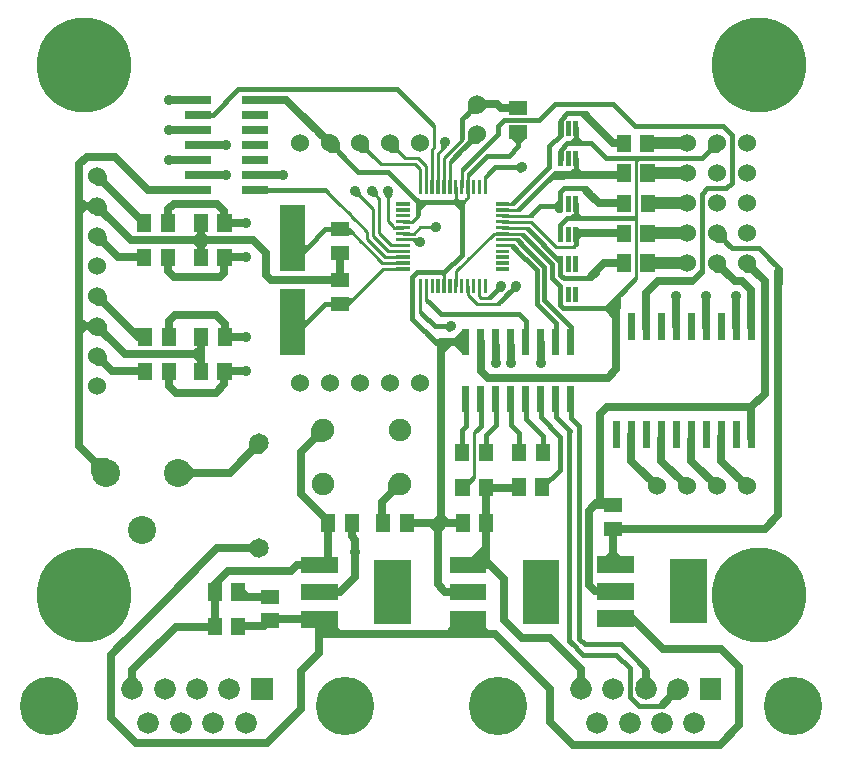
<source format=gbr>
G04 start of page 3 for group 1 idx 6 *
G04 Title: (unknown), component-12V *
G04 Creator: pcb 20110918 *
G04 CreationDate: Mon 01 Apr 2013 04:29:37 PM GMT UTC *
G04 For: telmo *
G04 Format: Gerber/RS-274X *
G04 PCB-Dimensions: 275000 278000 *
G04 PCB-Coordinate-Origin: lower left *
%MOIN*%
%FSLAX25Y25*%
%LNTOP*%
%ADD148C,0.0460*%
%ADD147C,0.0635*%
%ADD146C,0.0380*%
%ADD145C,0.1250*%
%ADD144C,0.0520*%
%ADD143C,0.0200*%
%ADD142C,0.1968*%
%ADD141C,0.0360*%
%ADD140C,0.3150*%
%ADD139R,0.0158X0.0158*%
%ADD138R,0.1220X0.1220*%
%ADD137R,0.0560X0.0560*%
%ADD136R,0.0240X0.0240*%
%ADD135R,0.0840X0.0840*%
%ADD134R,0.0110X0.0110*%
%ADD133R,0.0472X0.0472*%
%ADD132C,0.0750*%
%ADD131C,0.0650*%
%ADD130C,0.0935*%
%ADD129C,0.0600*%
%ADD128C,0.1950*%
%ADD127C,0.0720*%
%ADD126C,0.0001*%
%ADD125C,0.0400*%
%ADD124C,0.0150*%
%ADD123C,0.0100*%
%ADD122C,0.0250*%
G54D122*X202150Y77780D02*X195380D01*
X193350Y79810D01*
Y104480D01*
X195320Y106450D01*
X194545Y105675D02*X197130Y108260D01*
X195320Y106450D02*X202012D01*
X197130Y114790D02*Y106450D01*
X200727D01*
X197130Y108260D02*Y109920D01*
Y108330D01*
X199010Y106450D01*
X247500Y133500D02*Y130100D01*
Y128960D02*Y137280D01*
X245750Y139030D02*X199500D01*
X197130Y136660D01*
Y110694D01*
X247500Y131940D02*Y139020D01*
X246000Y187000D02*X252000Y181000D01*
X249975Y183025D02*X247750Y185250D01*
X249725Y183275D02*X247740Y185260D01*
Y187000D01*
X247500Y139020D02*X252000Y143520D01*
X247510Y139030D02*X249820Y141340D01*
X252000Y143520D02*Y181000D01*
X242810Y139030D02*X247510D01*
X247750Y185250D02*X245990D01*
G54D123*X134321Y200921D02*X136250Y202850D01*
X133200Y200921D02*X134321D01*
X131471D02*X134321D01*
X132579D02*X133921D01*
X134321D02*X136700Y203300D01*
G54D124*X126500Y217500D02*X136500Y207500D01*
X116499Y217500D02*X126500D01*
G54D123*X135500Y208500D02*X134500Y209500D01*
G54D122*X92500Y241500D02*X107250Y226750D01*
X103385Y230615D02*X105240Y228760D01*
Y226970D01*
X102630Y231370D02*X105250Y228750D01*
X107050D01*
X81950Y241500D02*X92500D01*
G54D124*X106999Y227000D02*X116499Y217500D01*
X110849Y223150D02*X109239Y224760D01*
X112754Y221245D02*X109250Y224749D01*
X109239Y224760D02*X106910D01*
X109250Y224749D02*Y227160D01*
G54D122*X143000Y100500D02*X151500D01*
X132500D02*X143500D01*
X141900D02*X139700D01*
X140800D01*
X145200D02*X146040D01*
X144000Y152450D02*Y100500D01*
X143000D02*Y91000D01*
X145500Y77500D02*X153000D01*
X143000Y80000D02*X145500Y77500D01*
X143000Y92200D02*Y80000D01*
Y98300D02*X145200Y100500D01*
X145970D02*Y100630D01*
X144000Y102600D01*
X141900Y100500D01*
X140800D02*X143000Y98300D01*
G54D124*X141760Y161240D02*X145830D01*
X139500Y163500D02*X141760Y161240D01*
X144000Y159000D02*X141500Y161500D01*
X142250Y160750D02*X134500Y168500D01*
X144000Y156000D02*Y159000D01*
G54D122*Y151000D02*Y160750D01*
Y155910D02*Y157760D01*
X149150Y160750D02*X152200Y157700D01*
Y163800D01*
X149150Y160750D01*
X144000D02*X152000D01*
G54D124*X152300D02*X142250D01*
G54D122*X147000D02*X149150D01*
X145370D01*
X144000Y157760D02*X146990Y160750D01*
G54D124*X145100Y184000D02*X151000Y189900D01*
X142600Y184000D02*X145100D01*
G54D123*X145048Y179471D02*Y184000D01*
Y182370D02*Y183082D01*
X143346Y183750D02*X141320D01*
G54D124*X136000Y184000D02*X143000D01*
X134500Y182500D02*X136000Y184000D01*
X134500Y168500D02*Y182500D01*
G54D123*X145048Y183082D02*X144130Y184000D01*
G54D124*X151000Y189900D02*Y207400D01*
Y207300D01*
Y203220D02*Y205030D01*
G54D123*X151400Y207400D02*X152921Y208921D01*
X152335Y208335D02*X151640Y207640D01*
X152921Y208921D02*Y216631D01*
Y213630D02*Y215921D01*
X154350Y217350D01*
X148984Y208444D02*X147940Y207400D01*
X149000D02*X151400D01*
X148984Y207416D02*X149000Y207400D01*
X148984Y212529D02*Y207416D01*
Y209080D02*Y208444D01*
Y209190D02*Y208406D01*
X149990Y207400D01*
G54D124*X136600D02*X136000Y208000D01*
G54D123*X136250Y202850D02*Y204740D01*
G54D124*X136500Y207500D02*Y203500D01*
X140340Y207400D02*X138760D01*
X136500Y205140D01*
X151000Y207400D02*X136600D01*
X151000Y205030D02*X148630Y207400D01*
G54D123*X151640Y207640D02*X146810D01*
X152921Y216631D02*X154360Y218070D01*
G54D124*X159525Y222875D02*X153390Y216740D01*
X159525Y222875D02*X166655D01*
X164960D02*X159525D01*
X166655D02*X169820Y226040D01*
Y230922D01*
Y227180D02*Y227510D01*
X168420Y228910D01*
X169820Y227020D02*Y227590D01*
X171530Y229300D01*
G54D122*X115500Y82500D02*X110500Y77500D01*
X115500Y91000D02*Y82500D01*
X103500Y77500D02*X110500D01*
X114343Y100422D02*Y96163D01*
X114320Y96140D01*
X115500Y94960D01*
Y85470D01*
G54D123*X126500Y201000D02*X128000Y199500D01*
X128548Y198952D02*X127500Y200000D01*
X131471Y198952D02*X128548D01*
X126500Y211000D02*Y201000D01*
Y208510D02*Y209170D01*
X125510Y210160D01*
X126500Y207910D02*Y209170D01*
X127500Y210170D01*
X152600Y188000D02*X153500Y188900D01*
X148985Y184385D02*X161585Y196985D01*
X148985Y179471D02*Y184385D01*
G54D124*X201060Y171100D02*Y172940D01*
X201100Y172980D01*
G54D122*X171000Y62000D02*X165000Y68000D01*
X180500Y62000D02*X171000D01*
X166635Y66365D02*X165000Y68000D01*
Y81840D01*
X160340Y86500D01*
X201440Y90240D02*X203810Y87870D01*
X190700Y51800D02*X180500Y62000D01*
X190700Y45100D02*Y51800D01*
Y49810D02*Y48420D01*
X189020Y46740D01*
X190700Y49950D02*Y48430D01*
X192340Y46790D01*
X159099Y112300D02*X169825D01*
X169926Y112400D01*
X159174Y92210D02*Y87666D01*
Y97500D02*Y86500D01*
Y100000D02*Y92674D01*
Y100500D02*Y112300D01*
X160340Y86500D02*X153000D01*
X153464D01*
X159174Y92210D01*
Y87666D02*X161385Y85455D01*
X201440Y98510D02*Y86780D01*
Y91180D02*Y90240D01*
Y93310D02*Y90210D01*
X199590Y88360D01*
X97500Y110000D02*X100626Y106874D01*
X97500Y124153D02*Y110000D01*
X104705Y131358D02*X97500Y124153D01*
X100104Y126756D02*X102220Y128873D01*
Y131390D01*
Y128873D02*X98858Y125512D01*
X102207Y128860D01*
X104790D01*
X106500Y101000D02*X99500Y108000D01*
X106500Y100000D02*Y101000D01*
Y100500D02*Y86000D01*
X94000Y84500D02*X73000D01*
X96000Y86500D02*X94000Y84500D01*
X103500Y86500D02*X96000D01*
X41100Y45100D02*Y46600D01*
Y45100D02*Y51400D01*
Y49600D02*Y48420D01*
X42870Y46650D01*
X41100Y50140D02*Y48410D01*
X39430Y46740D01*
X60374Y65874D02*X68626D01*
Y66000D02*Y80126D01*
X73000Y84500D02*X68626Y80126D01*
X55574Y65874D02*X61730D01*
X41100Y51400D02*X55574Y65874D01*
X87300Y181500D02*X86900Y181900D01*
X85700Y183100D02*X87300Y181500D01*
X85700Y190500D02*Y183100D01*
X81400Y194800D02*X85700Y190500D01*
X62000Y194800D02*X81400D01*
X64000Y200500D02*Y189000D01*
X110500Y181500D02*X87300D01*
X110500Y190500D02*Y181500D01*
X202500Y151800D02*Y165900D01*
X199600Y148900D02*X202500Y151800D01*
X252000Y98500D02*X256500Y103000D01*
X203379Y98500D02*X252000D01*
X201440Y96560D02*X203379Y98500D01*
X256500Y103000D02*Y184000D01*
G54D124*X250000Y192000D02*X255000Y187000D01*
G54D123*X209160Y183000D02*Y182510D01*
X202990Y176340D01*
X209160Y181810D02*X204560Y177210D01*
X209160Y183700D02*Y181810D01*
G54D122*X239465Y183535D02*X237750Y185250D01*
Y187040D01*
X239770Y183230D02*X237750Y185250D01*
X236050D01*
G54D124*X256000Y186000D02*Y182500D01*
X253000Y189000D02*X256000Y186000D01*
X253500Y188500D02*X257000Y185000D01*
Y180500D01*
X241000Y192000D02*X250000D01*
X236000Y197000D02*X241000Y192000D01*
X240090Y192910D02*X238260Y194740D01*
X235980D01*
X239755Y193245D02*X238240Y194760D01*
G54D122*X23500Y126009D02*Y131000D01*
Y128509D02*Y140500D01*
X32228Y117281D02*X23500Y126009D01*
X25780Y123730D02*X28790Y120719D01*
Y117430D01*
Y120719D02*X24994Y124514D01*
X28799Y120710D01*
X32270D01*
X38800Y156700D02*X64000D01*
X59290D02*X62160D01*
X64000Y162374D02*Y151000D01*
X64126Y162500D02*X64000Y162374D01*
X62160Y156700D02*X64000Y158540D01*
Y154130D01*
Y154920D01*
X62220Y156700D01*
X26000Y222500D02*X23500Y220000D01*
X35500Y222500D02*X26000D01*
X46500Y211500D02*X35500Y222500D01*
X63050Y211500D02*X46500D01*
X40700Y194800D02*X64000D01*
X65820D02*X64000Y192980D01*
X62180Y194800D01*
X58150D02*X62240D01*
X64000Y196560D01*
X65760Y194800D01*
X67630D01*
X65820D01*
X62180D02*X60500D01*
X29500Y206000D02*X40700Y194800D01*
X32870Y202630D02*X31270Y204230D01*
Y205900D01*
X33030Y202470D02*X31240Y204260D01*
X23500Y200000D02*Y172000D01*
X29500Y206000D02*X23500D01*
X29500D02*X26240D01*
X25430D02*X27040D01*
X28390Y207350D01*
X25490Y206000D02*X27010D01*
X28200Y204810D01*
X23500Y220000D02*Y196500D01*
X25460Y206000D02*X23500Y207960D01*
Y210200D01*
X31240Y204260D02*X29360D01*
X23500Y202920D02*Y204040D01*
X25460Y206000D01*
X38800Y156700D02*X40800D01*
X29500Y166000D02*X38800Y156700D01*
X32860Y162640D02*X31250Y164250D01*
X33015Y162485D02*X31240Y164260D01*
Y166100D01*
X29500Y166000D02*X23500D01*
Y164180D02*X25320Y166000D01*
X23500Y167820D01*
X25480Y166000D02*X27040D01*
X24940D02*X27050D01*
X23500Y137500D02*Y173500D01*
Y161750D02*Y164180D01*
Y167820D02*Y169010D01*
X27040Y166000D02*X28400Y164640D01*
X27050Y166000D02*X28370Y167320D01*
X31250Y164250D02*X29460D01*
G54D123*X171335Y196985D02*X174340Y193980D01*
G54D124*X181190Y186780D02*X171980Y195990D01*
X186000Y202000D02*X183882Y199882D01*
Y196764D01*
X189000Y206804D02*Y202000D01*
Y203490D02*X187510Y202000D01*
G54D123*X165280Y196985D02*X171335D01*
X163860D02*X170655D01*
X161585D02*X164529D01*
G54D124*X181190Y182090D02*Y186780D01*
X183882Y179398D02*X181190Y182090D01*
X183882Y177130D02*Y179398D01*
X190490Y202000D02*X189000Y203490D01*
X189014Y232005D02*X189000Y231991D01*
X186000Y227000D02*X183896Y224896D01*
Y221966D01*
X189000Y231991D02*Y227000D01*
Y228690D02*X187310Y227000D01*
X186000D02*X194000D01*
X191740D02*X190690D01*
X189000Y228690D01*
X194000Y227000D02*X199000Y222000D01*
G54D123*X147015Y212529D02*Y214365D01*
Y213400D02*Y215545D01*
Y213700D02*Y221245D01*
X149090Y223320D01*
G54D124*X156000Y229890D02*X148810Y222700D01*
X151715Y225605D02*X153760Y227650D01*
Y230070D01*
X152305Y226195D02*X153860Y227750D01*
X156060D01*
G54D123*X147015Y220545D02*X150660Y224190D01*
X170655Y196985D02*X174150Y193490D01*
G54D124*X183882Y176764D02*Y173000D01*
X184882Y172000D01*
G54D122*X159700Y148900D02*X199600D01*
X157300Y151300D02*X159700Y148900D01*
X157300Y160750D02*Y151300D01*
G54D124*X184882Y172000D02*X202500D01*
X194790D02*X199000D01*
X202000Y175000D02*Y169210D01*
X196800Y172000D02*X198980D01*
X202500Y168480D01*
Y169660D01*
X201060Y171100D01*
G54D122*X247500Y175500D02*Y165900D01*
X242000Y181000D02*X244500D01*
X247500Y178000D01*
Y174500D01*
G54D124*X202500Y175500D02*Y165900D01*
G54D122*Y164540D02*Y174460D01*
G54D124*X205035Y178035D02*X203000Y176000D01*
Y172590D01*
X205290Y178290D02*X202000Y175000D01*
X199000Y172000D02*X205340Y178340D01*
G54D122*X236000Y187000D02*X242000Y181000D01*
G54D124*X241000Y192000D02*X244660D01*
X238240Y194760D02*Y197110D01*
X208000Y202000D02*X186000D01*
X192000D02*X191000D01*
X205300D02*X208600D01*
X192230D02*X190490D01*
X207230D02*X208800D01*
G54D123*X208290D02*X209160Y201130D01*
Y199160D01*
G54D124*X236000Y227000D02*X231000Y222000D01*
X232465Y223465D02*X233750Y224750D01*
Y227090D01*
X231995Y222995D02*X233750Y224750D01*
X236090D01*
X231000Y222000D02*X199000D01*
G54D123*X206020D02*X208310D01*
X209160Y221150D01*
X210010Y222000D01*
X211560D01*
X209160Y182160D02*Y222000D01*
Y203190D02*Y202870D01*
X208290Y202000D01*
X137000Y199000D02*X142500D01*
X134984Y196984D02*X137000Y199000D01*
X139590D02*X140660D01*
X138280D02*X140660D01*
X141640Y198020D01*
X122800Y209200D02*X122300Y209700D01*
Y211060D01*
X123100Y208900D02*X122300Y209700D01*
X135985Y195015D02*X137000Y194000D01*
X131471Y195015D02*X135985D01*
X131471Y196984D02*X134984D01*
X131471D02*X131455Y197000D01*
X134750Y195015D02*X134855D01*
X135890Y194030D02*X134910Y195010D01*
X134855Y195015D02*X135890Y193980D01*
Y194030D01*
X140660Y199000D02*X141610Y199950D01*
X164529Y204859D02*X170000D01*
X166141D02*X169509D01*
X171860Y207210D01*
X170209Y204859D02*X171690Y206340D01*
X167050Y204859D02*X170209D01*
X164529Y206827D02*X167827D01*
X168500Y207500D01*
X165827Y206827D02*X167477D01*
X165640D02*X168187D01*
Y206837D01*
X169580Y208230D01*
X170000Y204859D02*X171500Y206359D01*
G54D124*X177118Y206118D02*X174500Y203500D01*
G54D123*X174240Y202890D02*X176700Y205350D01*
X173540Y202890D02*X175800Y205150D01*
X164529Y202890D02*X173000D01*
X166890D02*X174240D01*
X171010D02*X173540D01*
X164529Y200922D02*X173428D01*
X166080D02*X172728D01*
X164529Y198953D02*X170397D01*
X164420D02*X169697D01*
X137174Y170826D02*X142000Y166000D01*
G54D124*X137885Y170115D01*
G54D123*X137174Y170476D02*X138250Y169400D01*
X137174Y179471D02*Y170826D01*
X139142Y179471D02*Y174508D01*
Y179471D02*Y175208D01*
X137174Y172630D02*Y171176D01*
G54D124*X144000Y170000D02*X140000Y174000D01*
G54D123*X139142Y174508D02*X141570Y172080D01*
X139142Y175208D02*X142120Y172230D01*
X137174Y173196D02*Y170476D01*
Y171176D02*X138390Y169960D01*
G54D124*X147250Y166000D02*X142000D01*
X144380D02*X146010D01*
X146760Y166750D01*
X143310Y166000D02*X146030D01*
G54D123*X123500Y208500D02*Y199000D01*
X121500Y205000D02*Y197500D01*
Y196000D02*Y198500D01*
X126422Y191078D02*X121500Y196000D01*
X123500Y197047D02*Y199500D01*
X127500Y193047D02*X123500Y197047D01*
X131471Y185173D02*X124673D01*
X131471Y187141D02*X124500D01*
X131471Y189110D02*X125390D01*
X131471Y191078D02*X126422D01*
X131471Y193047D02*X127500D01*
G54D124*X169000Y179500D02*X163970Y174470D01*
X162950Y178450D02*X163970D01*
X165890Y176390D02*X167950Y178450D01*
X166215Y176715D02*X167950Y178450D01*
G54D123*X158730Y175500D02*X159650D01*
X161610Y177460D01*
X158870Y175500D02*X160340D01*
X161530Y176690D01*
G54D124*X164000Y179500D02*X160790Y176290D01*
X161420Y176920D02*X162950Y178450D01*
Y179540D01*
X161325Y176825D02*X162950Y178450D01*
G54D123*X162710Y173560D02*X164670Y175520D01*
X163360Y173520D02*X164550Y174710D01*
X163725Y173885D02*X163340Y173500D01*
X162020D01*
G54D124*X167950Y178450D02*Y179560D01*
Y178450D02*X169060D01*
G54D123*X145380Y225972D02*X143078Y223670D01*
X145047Y216450D02*Y222167D01*
X144234Y224826D02*X144290Y224882D01*
X143078Y212529D02*Y223668D01*
X141110Y212529D02*Y224970D01*
X137173Y212529D02*Y218327D01*
X139141Y219359D02*X136500Y222000D01*
X139141Y212529D02*Y219359D01*
X150952Y212529D02*Y218252D01*
Y214152D02*Y218252D01*
Y214200D02*Y217652D01*
X144290Y224882D02*Y226970D01*
X141805Y225665D02*Y233045D01*
X141110Y224970D02*X141805Y225665D01*
X141800Y232350D02*X139730Y234420D01*
X141800Y227530D02*Y232350D01*
Y233050D02*X140490Y234360D01*
G54D124*X129500Y245000D02*X141000Y233500D01*
G54D123*X135500Y220000D02*X124000D01*
X137173Y218327D02*X135500Y220000D01*
X136500Y222000D02*X132000D01*
X129500Y224500D02*Y227150D01*
X132000Y222000D02*X127000Y227000D01*
X130315Y223685D02*X129500Y224500D01*
X130925Y223075D02*X129500Y224500D01*
X126990D01*
X145380Y227430D02*Y225972D01*
X148695Y225815D02*X150750Y227870D01*
X145047Y222167D02*X151250Y228370D01*
G54D124*X163100Y230100D02*X151500Y218500D01*
G54D123*X150952Y218252D02*X152800Y220100D01*
X150750Y227870D02*Y229760D01*
X151250Y228370D02*Y229720D01*
G54D124*X151000Y235000D02*Y229000D01*
X151500Y235500D02*X151000Y235000D01*
X157204Y238796D02*X156000Y240000D01*
G54D122*X162760D02*X156000D01*
X160670D02*X158480D01*
X157160Y241320D01*
X161460Y240000D02*X158440D01*
X157060Y238620D01*
G54D124*X156000Y240000D02*X151000Y235000D01*
X152305Y236305D02*X153750Y237750D01*
Y240020D01*
X152520Y236520D02*X153750Y237750D01*
X156130D01*
G54D123*X150952Y217652D02*X153000Y219700D01*
G54D124*X162000Y219000D02*X160000Y217000D01*
G54D123*X158826Y212529D02*Y216176D01*
X160640Y217990D01*
X158826Y213890D02*Y215476D01*
X160780Y217430D01*
X188335Y192495D02*X189220Y193380D01*
X189000Y193250D02*X188720D01*
X185540Y192495D02*X188335D01*
X188720Y193250D02*X187990Y192520D01*
X189000Y194940D02*Y193250D01*
X187995Y192495D02*X182475D01*
G54D124*X189000Y195320D02*Y193500D01*
Y196764D02*Y193500D01*
G54D123*X174048Y200922D02*X172490D01*
X172227Y198953D02*X174810Y196370D01*
X172937Y198953D02*X176260Y195630D01*
X170000Y205000D02*X171500Y206500D01*
G54D124*X170500Y205500D01*
G54D123*X182475Y192495D02*X174048Y200922D01*
G54D124*X183882Y187658D02*X173010Y198530D01*
X180830Y206118D02*X182020D01*
X181360D01*
X182020D02*X183148Y204990D01*
X183810D01*
X183882Y186780D02*Y187658D01*
Y186804D02*Y183118D01*
X185000Y182000D01*
X184410Y182590D01*
X205000Y197000D02*X189000D01*
G54D122*X205000D02*X189710D01*
X205031Y187078D02*X198478D01*
X194410Y183010D01*
G54D124*X185500Y182000D02*X192700D01*
X195420Y184720D01*
X188350Y182000D02*X194100D01*
X196010Y183910D01*
X188380Y182000D02*X185000D01*
X189000Y195390D02*X190610Y197000D01*
X189010Y198600D01*
G54D123*X164650Y198953D02*X172227D01*
X168780D02*X172937D01*
X168994Y195016D02*X172050Y191960D01*
X167402Y193048D02*X168870Y191580D01*
X168102Y193048D02*X169730Y191420D01*
X167452Y193048D02*X170700Y189800D01*
G54D124*X176000Y184800D02*X168200Y192600D01*
G54D123*X164529Y195016D02*X168994D01*
X169694D02*X171260Y193450D01*
X166310Y195016D02*X169694D01*
X165370Y193048D02*X167402D01*
X165552D02*X168102D01*
X164529D02*X167452D01*
G54D125*X226000Y187000D02*X212984D01*
X212905Y187078D02*X225922D01*
X226000Y197000D02*X212874D01*
X226000Y207000D02*X213000D01*
X226000Y217000D02*X212984D01*
X212905Y217078D01*
X226000Y227000D02*X212826D01*
G54D124*X241000Y229700D02*Y213900D01*
X239100Y212000D01*
X232800D01*
X231000Y210200D01*
G54D125*X212826Y227000D02*X212796Y227031D01*
G54D124*X208600Y232800D02*X237900D01*
X241000Y229700D01*
G54D125*X225922Y187078D02*X226000Y187000D01*
G54D124*X231000Y210200D02*Y184500D01*
X228400Y181900D01*
X231000Y185300D02*Y184720D01*
Y185760D02*Y184030D01*
G54D125*X212984Y187000D02*X212905Y187078D01*
G54D124*X212500Y177300D02*Y165900D01*
X222500D02*Y176000D01*
X232500Y165900D02*Y176000D01*
X242500Y165900D02*Y176000D01*
G54D122*Y165900D02*Y175980D01*
X232500Y165900D02*Y176530D01*
X222500Y166030D02*Y176000D01*
X212500Y177300D02*X216450Y181250D01*
X212500Y177300D02*X214925Y179725D01*
X216450Y181250D02*X227540D01*
G54D124*X231000Y184720D02*X227530Y181250D01*
X231000Y184030D02*X227810Y180840D01*
X184000Y217000D02*X205031D01*
X187540D02*X187544D01*
X190484D02*X190870D01*
G54D122*X204960Y207000D02*X196630D01*
X192780Y210850D01*
G54D124*X190940Y212000D02*X194670Y208270D01*
X192330Y212000D02*X195350Y208980D01*
X187630Y212000D02*X190940D01*
X187720D02*X192330D01*
X182000Y217000D02*X171000Y206000D01*
X183882Y206118D02*X177118D01*
X178760Y213760D02*X180980Y215980D01*
X182020Y206118D02*X183882Y207980D01*
Y206804D02*X182706D01*
X182020Y206118D01*
X180000Y219000D02*X168500Y207500D01*
X169520Y219000D02*X170310Y218210D01*
G54D123*X167477Y206827D02*X169700Y209050D01*
G54D124*X167910Y219000D02*X169510D01*
X186000Y237000D02*X183896Y234896D01*
X176600Y234800D02*X181900Y240100D01*
X185530Y236530D02*X186000Y237000D01*
X192240D01*
X188300D02*X190820D01*
X183896Y234896D02*Y232005D01*
Y232104D02*Y229896D01*
X177100Y235300D02*X176600Y234800D01*
X165100D01*
X163100Y232800D01*
Y230100D01*
Y230900D02*Y230100D01*
X174600Y234800D02*X176600D01*
G54D122*X201498Y227032D02*X192370Y236160D01*
G54D124*X181900Y240100D02*X201300D01*
X208600Y232800D01*
X192240Y237000D02*X193770Y235470D01*
X190820Y237000D02*X193050Y234770D01*
G54D122*X169844Y238795D02*X163965D01*
X162760Y240000D01*
G54D124*X187000Y217000D02*X182000D01*
X190000Y212000D02*X185000D01*
X183882Y210882D01*
Y206804D01*
X183896Y229896D02*X180000Y226000D01*
G54D122*X204921Y227032D02*X201498D01*
G54D124*X180000Y226000D02*Y219000D01*
X171000D02*X162000D01*
X169510D02*X170270Y219760D01*
X165110Y219000D02*X169520D01*
X189014Y221966D02*Y217000D01*
Y220820D02*Y218474D01*
X187540Y217000D01*
X187544D02*X189014Y218470D01*
X190484Y217000D01*
G54D122*X205031Y217078D02*X204432Y216480D01*
X182280D01*
G54D124*X180980Y215980D02*X184830D01*
X78126Y75874D02*X86000D01*
X76500Y77500D02*X78126Y75874D01*
G54D122*X76500Y77500D02*X78126Y75874D01*
X76055Y77945D02*X77379D01*
X79450Y75874D01*
G54D124*X78126D02*X87000D01*
G54D122*X78126D02*X88000D01*
X124500Y107500D02*Y100000D01*
G54D123*X151225Y112300D02*X155100Y116174D01*
Y115600D02*X151430Y111930D01*
G54D122*X130500Y113500D02*X124500Y107500D01*
X126135Y109135D02*X127790Y110790D01*
Y113580D01*
Y110790D02*X126025Y109025D01*
X128140Y111140D01*
X130420D01*
G54D124*X62000Y226500D02*X72000D01*
X63050Y221500D02*X53500D01*
X63050Y231500D02*X53500D01*
X76500Y245000D02*X129500D01*
X68000Y236500D02*X76500Y245000D01*
X63050Y236500D02*X68000D01*
X63050Y241500D02*X53500D01*
G54D122*X60490D02*X53450D01*
X62470Y226500D02*X72320D01*
G54D123*X120335Y223665D02*X119490Y224510D01*
X116930D01*
X121385Y222615D02*X119510Y224490D01*
Y227050D01*
G54D122*X62050Y231500D02*X53390D01*
G54D123*X142000Y166000D02*X148000D01*
X113126Y173626D02*X111126D01*
G54D124*X99374Y167500D02*X94500D01*
G54D122*X72000Y166960D02*X69170Y169790D01*
X55280D01*
G54D124*X146030Y166000D02*X146800Y165230D01*
G54D123*X124673Y185173D02*X113126Y173626D01*
X124500Y187141D02*X113267Y198374D01*
X119500Y195000D02*Y197500D01*
X117396Y194246D02*X114621Y197020D01*
X115820Y176320D02*X114560Y175060D01*
G54D124*X105500Y173626D02*X99374Y167500D01*
X110500Y173626D02*X105500D01*
G54D123*X114621Y197020D02*X112080D01*
G54D122*X79000Y189000D03*
X71874D01*
X55190Y182460D02*X70350D01*
X71850Y183960D01*
Y189000D01*
G54D123*X114560Y175060D02*X112400D01*
X121000Y211000D02*X123500Y208500D01*
X115500Y211000D02*X121500Y205000D01*
X117835Y208665D02*X116800Y209700D01*
Y210970D01*
X117620Y208880D02*X116800Y209700D01*
X122300D02*X120940D01*
X119500Y197500D02*X113000Y204000D01*
G54D124*X100332Y168458D02*X96404Y164530D01*
G54D123*X116800Y209700D02*X115480D01*
X113267Y198374D02*X110374D01*
G54D124*X110500D02*X105500D01*
G54D123*X125390Y189110D02*X119500Y195000D01*
G54D124*X99626Y192500D02*X95000D01*
X105500Y198374D02*X99626Y192500D01*
X100603Y193477D02*X97286Y190160D01*
Y195280D01*
Y194794D01*
X62000Y216500D02*X72500D01*
G54D122*X62550Y221500D02*X53470D01*
X62900Y216500D02*X72590D01*
X79000Y200500D03*
X71874D01*
X54980Y206980D02*X69280D01*
X71874Y204386D01*
Y200500D01*
G54D123*X105750Y211250D02*X98500D01*
X110425Y206575D02*X105750Y211250D01*
G54D124*X81950Y211500D02*X105130D01*
G54D123*X105250Y211750D02*X100340D01*
X115500Y201500D02*X105250Y211750D01*
G54D124*X81950Y216500D02*X91500D01*
G54D123*X124000Y220000D02*X117000Y227000D01*
X145047Y213330D02*Y217697D01*
G54D122*X81310Y216500D02*X91840D01*
G54D124*X178520Y185840D02*X170450Y193910D01*
X178520Y185160D02*Y185840D01*
Y182860D02*Y185870D01*
Y174680D02*Y183890D01*
X180350Y172850D02*X178520Y174680D01*
X176000Y180700D02*Y173600D01*
Y179600D02*Y184800D01*
X167300Y160750D02*Y153800D01*
G54D123*X163000Y173500D02*X169000Y179500D01*
X160000Y175500D02*X164000Y179500D01*
X156000Y173500D02*X163000D01*
X152922Y176578D02*X156000Y173500D01*
X152922Y179471D02*Y176578D01*
X157500Y175500D02*X160000D01*
X156859Y176141D02*X157500Y175500D01*
X156859Y179471D02*Y176141D01*
G54D124*X170000Y170000D02*X144000D01*
G54D122*X167300Y159650D02*Y153820D01*
G54D124*X176000Y173600D02*X177500Y172100D01*
X177300Y153800D02*Y160750D01*
X187300D02*Y165900D01*
X182300Y160750D02*Y167300D01*
X172300Y160750D02*Y167700D01*
X187300Y165900D02*X178700Y174500D01*
X182300Y167300D02*X176000Y173600D01*
X172300Y167700D02*X170000Y170000D01*
G54D122*X212500Y165580D02*Y177300D01*
X177300Y153380D02*Y160570D01*
G54D124*X162300Y160750D02*Y153800D01*
Y141850D02*Y133000D01*
X159000Y129700D01*
Y124000D01*
X152300Y141850D02*Y132800D01*
X151126Y131626D01*
Y124000D01*
X157300Y141850D02*Y132800D01*
X155900Y131400D01*
G54D123*X155100Y130900D02*X156700Y132500D01*
X155100Y130260D02*X157220Y132380D01*
X155100Y130940D02*X156480Y132320D01*
G54D122*X162300Y153570D02*Y159480D01*
G54D124*X167300Y141850D02*Y133200D01*
X170169Y130331D01*
G54D123*X155100Y116174D02*Y130300D01*
Y125700D02*Y130900D01*
Y128200D02*Y130260D01*
Y127340D02*Y130940D01*
Y118080D02*Y115600D01*
G54D124*X170169Y130331D02*Y124022D01*
X172300Y141850D02*Y135200D01*
X178043Y129457D01*
Y124022D01*
X177300Y141850D02*Y135660D01*
X183680Y129280D01*
X182300Y141850D02*Y135800D01*
X186900Y131200D01*
X187300Y141850D02*Y135570D01*
X190110Y132760D01*
X183680Y129280D02*Y118280D01*
X190110Y132760D02*Y62830D01*
X186890Y61110D02*Y131210D01*
X183680Y118280D02*X177800Y112400D01*
X45000Y200500D02*X45126D01*
X36500Y189000D02*X45126D01*
G54D122*X45000Y200500D02*X45126D01*
X36500Y189000D02*X45126D01*
G54D124*X29500Y196000D02*X36500Y189000D01*
X31750Y193750D02*X29480D01*
G54D122*X53000Y200500D02*Y205000D01*
X54980Y206980D01*
X53000Y189000D02*Y184650D01*
X55190Y182460D01*
G54D124*X33000Y172500D02*X31750Y173750D01*
Y176010D01*
X33640Y191860D02*X31750Y193750D01*
X34190Y191310D02*X31750Y193750D01*
Y195930D01*
X33595Y171905D02*X31750Y173750D01*
X29500Y216000D02*X45000Y200500D01*
X32880Y212620D02*X31750Y213750D01*
Y216130D01*
X33310Y212190D02*X31750Y213750D01*
X29360D01*
G54D122*X29500Y216000D02*X45000Y200500D01*
X29500Y196000D02*X36500Y189000D01*
X53374Y150999D02*Y146326D01*
X55280Y169790D02*X53374Y167884D01*
Y162501D01*
Y146326D02*X55820Y143880D01*
X69060D01*
X71874Y146694D01*
Y150999D01*
X79000Y151000D02*X71874D01*
X79000Y162500D02*X72000D01*
Y166960D01*
G54D124*X34500Y150999D02*X45500D01*
X43000Y162500D02*X45500D01*
X29500Y176000D02*X43000Y162500D01*
G54D122*X29500Y176000D02*X43000Y162501D01*
X45500D01*
X43975Y164195D02*X41305D01*
G54D124*X31750Y173750D02*X29460D01*
X29500Y156000D02*X34500Y150999D01*
X33045Y152455D02*X31749Y153750D01*
X29470D01*
X33090Y152410D02*X31750Y153749D01*
Y156000D01*
G54D122*X29500D02*X34500Y150999D01*
X45500D01*
X45670Y162500D02*X43975Y164195D01*
G54D124*X191500Y56500D02*X186900Y61100D01*
X190110Y61890D02*Y64610D01*
X192000Y60000D02*X190110Y61890D01*
X202500Y56500D02*X191500D01*
X207000Y52000D02*X202500Y56500D01*
X204000Y60000D02*X192000D01*
X187865Y60135D02*X186890Y61110D01*
G54D122*X227500Y128310D02*Y123780D01*
X217500Y128260D02*Y123780D01*
X207500Y129660D02*Y123780D01*
X227500Y121280D02*Y127160D01*
X226020Y112760D02*X217500Y121280D01*
Y128510D01*
X220775Y118005D02*X224270Y114510D01*
X220980Y117800D02*X224280Y114500D01*
X226160D01*
X216020Y112760D02*X207500Y121280D01*
X212330Y116450D02*X214300Y114480D01*
Y112800D01*
X211845Y116935D02*X214280Y114500D01*
X207500Y121280D02*Y128010D01*
X224270Y114510D02*Y112720D01*
X214280Y114500D02*X216090D01*
G54D124*X207000Y42500D02*Y52000D01*
X210000Y39500D02*X207000Y42500D01*
X212300Y51700D02*X204000Y60000D01*
X209245Y54755D02*X211800Y52200D01*
X210195Y53805D02*X212800Y51200D01*
G54D122*X223100Y45100D02*X218430Y40430D01*
X219180Y41180D02*X220750Y42750D01*
Y45140D01*
X219030Y41030D02*X220760Y42760D01*
X223230D01*
G54D124*X217500Y39500D02*X210000D01*
X223100Y45100D02*X217500Y39500D01*
X213710D02*X216800D01*
X219190Y41890D01*
X214350Y39500D02*X218200D01*
X219790Y41090D01*
X211800Y52200D02*Y49810D01*
X212300Y45100D02*Y51700D01*
G54D122*Y45100D02*Y50570D01*
G54D124*X212800Y51200D02*Y49670D01*
G54D122*X212300Y49650D02*Y48430D01*
X214010Y46720D01*
X212300Y50590D02*Y48420D01*
X210540Y46660D01*
X237500Y129210D02*Y123780D01*
Y121280D02*Y127960D01*
X236020Y112760D02*X227500Y121280D01*
X232195Y116585D02*X234260Y114520D01*
X236150D01*
X231580Y117200D02*X234290Y114490D01*
X244280Y114500D02*Y112650D01*
X246020Y112760D02*X237500Y121280D01*
X242615Y116165D02*X244280Y114500D01*
X241810Y116970D02*X244270Y114510D01*
X246010D01*
X234290Y114490D02*Y112630D01*
X42500Y27000D02*X53500D01*
X34000Y35500D02*X42500Y27000D01*
X34000Y56500D02*Y35500D01*
X38500Y61000D02*X34000Y56500D01*
X37000Y59500D02*X49750Y72250D01*
X86000Y27000D02*X45000D01*
X73781Y117281D02*X83500Y127000D01*
X78235Y121735D02*X81510Y125010D01*
X78440Y121940D01*
X81470Y124970D01*
X56110Y117281D02*X65480D01*
X56228D02*X73781D01*
X58728D02*X59009Y117000D01*
X65480Y117281D02*X61049D01*
X58490Y119840D01*
X61049Y117281D02*X67180D01*
X61061D01*
X58550Y114770D01*
X81510Y125010D02*Y127040D01*
X81470Y124970D02*X83600D01*
X97500Y38500D02*X86000Y27000D01*
X97500Y51000D02*Y38500D01*
X103500Y57000D02*X97500Y51000D01*
X103500Y68400D02*Y57000D01*
X119500Y63500D02*X106500D01*
X115080D02*X109960D01*
X108220Y65240D01*
X162000Y63500D02*X116500D01*
X153000Y68400D02*Y63500D01*
X141630D02*X146590D01*
X148520Y65430D01*
X157500D01*
X180500Y34000D02*Y45000D01*
X188000Y26500D02*X180500Y34000D01*
X237000Y26500D02*X188000D01*
X243500Y33000D02*X237000Y26500D01*
X243500Y52500D02*Y33000D01*
X237500Y58500D02*X243500Y52500D01*
X218000Y58500D02*X237500D01*
X207820Y68680D02*X218000Y58500D01*
X202150Y68680D02*X207820D01*
X180500Y45000D02*X162000Y63500D01*
X157500Y65430D02*X159430Y63500D01*
X109000D02*X103500D01*
X106500Y68000D02*X106900Y68400D01*
X108220Y65240D02*X103550D01*
X103500Y65190D01*
X69500Y92000D02*X49000Y71500D01*
X85000Y66000D02*X76500D01*
X87400Y68400D02*X85000Y66000D01*
X87400Y68400D02*X103500D01*
X83500Y92000D02*X69500D01*
X75710D02*X80670D01*
X82240Y93570D01*
X80670Y92000D02*X72950D01*
X80700D01*
X82240Y90460D01*
G54D126*G36*
X230300Y48700D02*Y41500D01*
X237500D01*
Y48700D01*
X230300D01*
G37*
G54D127*X223100Y45100D03*
X228500Y33900D03*
X217700D03*
X212300Y45100D03*
X201500D03*
X190700D03*
X206900Y33900D03*
X196100D03*
G54D128*X261500Y39500D03*
G54D129*X29500Y176000D03*
Y166000D03*
Y146000D03*
Y156000D03*
Y216000D03*
Y206000D03*
Y186000D03*
Y196000D03*
G54D130*X44228Y98281D03*
X32228Y117281D03*
X56228D03*
G54D128*X163100Y39500D03*
G54D126*G36*
X80700Y48700D02*Y41500D01*
X87900D01*
Y48700D01*
X80700D01*
G37*
G54D127*X73500Y45100D03*
X62700D03*
X51900D03*
X41100D03*
G54D128*X13500Y39500D03*
G54D127*X78900Y33900D03*
G54D128*X111900Y39500D03*
G54D127*X68100Y33900D03*
X57300D03*
X46500D03*
G54D131*X83500Y127000D03*
G54D132*X104705Y131358D03*
Y113642D03*
G54D131*X83500Y92000D03*
G54D129*X97000Y227000D03*
X107000D03*
X117000D03*
X137000D03*
X127000D03*
X156000Y230000D03*
Y240000D03*
X97000Y147000D03*
X107000D03*
X117000D03*
X127000D03*
X137000D03*
G54D132*X130295Y131358D03*
Y113642D03*
G54D129*X246000Y227000D03*
X236000D03*
X226000D03*
X246000Y197000D03*
X236000D03*
X226000D03*
X246000Y187000D03*
X236000D03*
X226000D03*
X246000Y207000D03*
X246020Y112760D03*
X236000Y207000D03*
Y217000D03*
X236020Y112760D03*
X226000Y207000D03*
Y217000D03*
X216020Y112760D03*
X226020D03*
X246000Y217000D03*
G54D133*X45126Y189590D02*Y188409D01*
X53000Y189590D02*Y188409D01*
X45126Y201090D02*Y199909D01*
X53000Y201090D02*Y199909D01*
X45500Y151590D02*Y150409D01*
Y163091D02*Y161910D01*
X53374Y151590D02*Y150409D01*
X64000Y151590D02*Y150409D01*
X71874Y151590D02*Y150409D01*
X53374Y163091D02*Y161910D01*
X64126Y163091D02*Y161910D01*
X72000Y163091D02*Y161910D01*
G54D134*X129772Y206826D02*X133170D01*
X129772Y204858D02*X133170D01*
X129772Y202889D02*X133170D01*
X129772Y200921D02*X133170D01*
X129772Y198952D02*X133170D01*
X129772Y196984D02*X133170D01*
G54D133*X109909Y198374D02*X111090D01*
G54D134*X129772Y195015D02*X133170D01*
X129772Y193047D02*X133170D01*
G54D133*X109909Y190500D02*X111090D01*
G54D135*X94500Y202300D02*Y188700D01*
Y174300D02*Y160700D01*
G54D133*X109909Y173626D02*X111090D01*
X109909Y181500D02*X111090D01*
X71874Y189591D02*Y188410D01*
Y201091D02*Y199910D01*
X64000Y189591D02*Y188410D01*
Y201091D02*Y199910D01*
G54D136*X59900Y241500D02*X66200D01*
X59900Y236500D02*X66200D01*
X59900Y231500D02*X66200D01*
X59900Y226500D02*X66200D01*
X59900Y221500D02*X66200D01*
X59900Y216500D02*X66200D01*
X59900Y211500D02*X66200D01*
X78800D02*X85100D01*
X78800Y216500D02*X85100D01*
X78800Y221500D02*X85100D01*
X78800Y226500D02*X85100D01*
X78800Y231500D02*X85100D01*
X78800Y236500D02*X85100D01*
X78800Y241500D02*X85100D01*
G54D133*X170169Y124612D02*Y123431D01*
X151126Y124590D02*Y123409D01*
X159000Y124590D02*Y123409D01*
X178043Y124612D02*Y123431D01*
X169926Y112991D02*Y111810D01*
X151225Y112890D02*Y111709D01*
X159099Y112890D02*Y111709D01*
G54D137*X149700Y86500D02*X156300D01*
X149700Y77500D02*X156300D01*
X149700Y68400D02*X156300D01*
G54D138*X177400Y82000D02*Y73000D01*
G54D133*X159174Y101091D02*Y99910D01*
X151300Y101091D02*Y99910D01*
X177800Y112991D02*Y111810D01*
X200849Y98510D02*X202030D01*
X200849Y106384D02*X202030D01*
G54D137*X198850Y86780D02*X205450D01*
X198850Y77780D02*X205450D01*
X198850Y68680D02*X205450D01*
G54D138*X226550Y82280D02*Y73280D01*
G54D133*X124746Y101108D02*Y99927D01*
X132620Y101108D02*Y99927D01*
G54D138*X127900Y82000D02*Y73000D01*
G54D137*X100200Y86500D02*X106800D01*
X100200Y77500D02*X106800D01*
X100200Y68400D02*X106800D01*
G54D133*X106469Y101012D02*Y99831D01*
X114343Y101012D02*Y99831D01*
X68626Y66590D02*Y65409D01*
Y78091D02*Y76910D01*
X76500Y66590D02*Y65409D01*
Y78091D02*Y76910D01*
X86410Y68000D02*X87591D01*
X86410Y75874D02*X87591D01*
G54D136*X202500Y133450D02*Y126750D01*
X207500Y133450D02*Y126750D01*
X212500Y133450D02*Y126750D01*
X217500Y133450D02*Y126750D01*
X222500Y133450D02*Y126750D01*
X227500Y133450D02*Y126750D01*
X232500Y133450D02*Y126750D01*
X237500Y133450D02*Y126750D01*
X242500Y133450D02*Y126750D01*
X247500Y133450D02*Y126750D01*
G54D134*X129772Y191078D02*X133170D01*
X129772Y189110D02*X133170D01*
X129772Y187141D02*X133170D01*
X129772Y185173D02*X133170D01*
X137174Y181170D02*Y177772D01*
X139142Y181170D02*Y177772D01*
X141111Y181170D02*Y177772D01*
X143079Y181170D02*Y177772D01*
X145048Y181170D02*Y177772D01*
X147016Y181170D02*Y177772D01*
X148985Y181170D02*Y177772D01*
X150953Y181170D02*Y177772D01*
X152922Y181170D02*Y177772D01*
X154890Y181170D02*Y177772D01*
X156859Y181170D02*Y177772D01*
X158827Y181170D02*Y177772D01*
G54D136*X152300Y145000D02*Y138700D01*
X157300Y145000D02*Y138700D01*
X162300Y145000D02*Y138700D01*
X167300Y145000D02*Y138700D01*
X172300Y145000D02*Y138700D01*
X177300Y145000D02*Y138700D01*
X182300Y145000D02*Y138700D01*
X187300Y145000D02*Y138700D01*
Y163900D02*Y157600D01*
X182300Y163900D02*Y157600D01*
X177300Y163900D02*Y157600D01*
X172300Y163900D02*Y157600D01*
X167300Y163900D02*Y157600D01*
X162300Y163900D02*Y157600D01*
X157300Y163900D02*Y157600D01*
X152300Y163900D02*Y157600D01*
G54D134*X162830Y185174D02*X166228D01*
X162830Y187142D02*X166228D01*
X162830Y189111D02*X166228D01*
X162830Y191079D02*X166228D01*
X162830Y193048D02*X166228D01*
X162830Y195016D02*X166228D01*
X162830Y196985D02*X166228D01*
X162830Y198953D02*X166228D01*
X162830Y200922D02*X166228D01*
X162830Y202890D02*X166228D01*
X162830Y204859D02*X166228D01*
G54D133*X169253Y238795D02*X170434D01*
X169253Y230921D02*X170434D01*
G54D134*X162830Y206827D02*X166228D01*
G54D139*X189000Y208575D02*Y205032D01*
X186441Y208575D02*Y205032D01*
X183882Y208575D02*Y205032D01*
G54D134*X158826Y214228D02*Y210830D01*
X156858Y214228D02*Y210830D01*
X154889Y214228D02*Y210830D01*
X152921Y214228D02*Y210830D01*
X150952Y214228D02*Y210830D01*
X148984Y214228D02*Y210830D01*
X147015Y214228D02*Y210830D01*
X145047Y214228D02*Y210830D01*
X143078Y214228D02*Y210830D01*
X141110Y214228D02*Y210830D01*
X139141Y214228D02*Y210830D01*
X137173Y214228D02*Y210830D01*
G54D136*X247500Y169250D02*Y162550D01*
X242500Y169250D02*Y162550D01*
X237500Y169250D02*Y162550D01*
X232500Y169250D02*Y162550D01*
X227500Y169250D02*Y162550D01*
X222500Y169250D02*Y162550D01*
X217500Y169250D02*Y162550D01*
X212500Y169250D02*Y162550D01*
X207500Y169250D02*Y162550D01*
X202500Y169250D02*Y162550D01*
G54D139*X189000Y188575D02*Y185032D01*
X186441Y188575D02*Y185032D01*
X183882Y188575D02*Y185032D01*
Y178536D02*Y174993D01*
X186441Y178536D02*Y174993D01*
X189000Y178536D02*Y174993D01*
X183882Y198536D02*Y194993D01*
X186441Y198536D02*Y194993D01*
X189000Y198536D02*Y194993D01*
G54D133*X205000Y197590D02*Y196409D01*
X204921Y227622D02*Y226441D01*
X205031Y217669D02*Y216488D01*
X205126Y207590D02*Y206409D01*
X205031Y187669D02*Y186488D01*
X212874Y197590D02*Y196409D01*
X212795Y227622D02*Y226441D01*
X212905Y217669D02*Y216488D01*
X213000Y207590D02*Y206409D01*
X212905Y187669D02*Y186488D01*
G54D139*X189014Y233776D02*Y230233D01*
X186455Y233776D02*Y230233D01*
X183896Y233776D02*Y230233D01*
Y223737D02*Y220194D01*
X186455Y223737D02*Y220194D01*
X189014Y223737D02*Y220194D01*
G54D140*X25000Y253000D03*
Y76500D03*
G54D141*X115480Y90990D03*
X137000Y194000D03*
X145380Y227430D03*
X115500Y211000D03*
X121000D03*
X142500Y199000D03*
X126500Y211000D03*
X72500Y226500D03*
Y216500D03*
X91500D03*
X79000Y200500D03*
X53500Y221500D03*
Y231500D03*
Y241500D03*
X79000Y189000D03*
Y162500D03*
Y151000D03*
G54D140*X250000Y76500D03*
G54D141*X177300Y153800D03*
X147500Y166000D03*
X167300Y153800D03*
X162300D03*
X169000Y179500D03*
X164000D03*
X171000Y219000D03*
X222500Y176000D03*
X232500D03*
X242500D03*
G54D140*X250000Y253000D03*
G54D142*G54D143*G54D142*G54D143*G54D142*G54D144*G54D145*G54D146*G54D147*G54D145*G54D144*G54D145*G54D144*G54D145*G54D144*G54D125*G54D148*G54D125*G54D146*G54D148*G54D146*M02*

</source>
